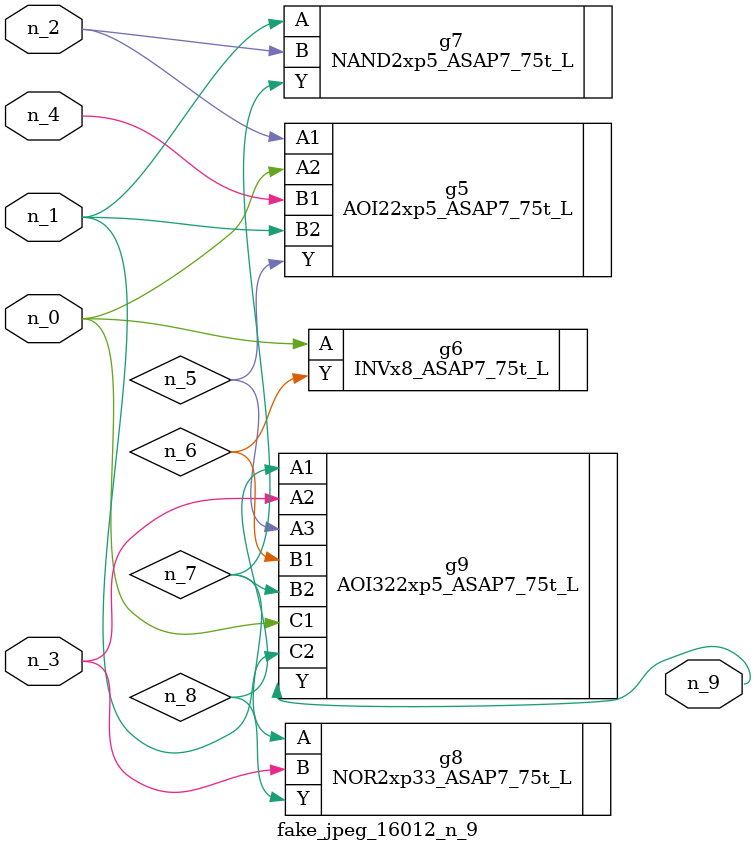
<source format=v>
module fake_jpeg_16012_n_9 (n_3, n_2, n_1, n_0, n_4, n_9);

input n_3;
input n_2;
input n_1;
input n_0;
input n_4;

output n_9;

wire n_8;
wire n_6;
wire n_5;
wire n_7;

AOI22xp5_ASAP7_75t_L g5 ( 
.A1(n_2),
.A2(n_0),
.B1(n_4),
.B2(n_1),
.Y(n_5)
);

INVx8_ASAP7_75t_L g6 ( 
.A(n_0),
.Y(n_6)
);

NAND2xp5_ASAP7_75t_L g7 ( 
.A(n_1),
.B(n_2),
.Y(n_7)
);

NOR2xp33_ASAP7_75t_L g8 ( 
.A(n_7),
.B(n_3),
.Y(n_8)
);

AOI322xp5_ASAP7_75t_L g9 ( 
.A1(n_8),
.A2(n_3),
.A3(n_5),
.B1(n_6),
.B2(n_7),
.C1(n_0),
.C2(n_1),
.Y(n_9)
);


endmodule
</source>
